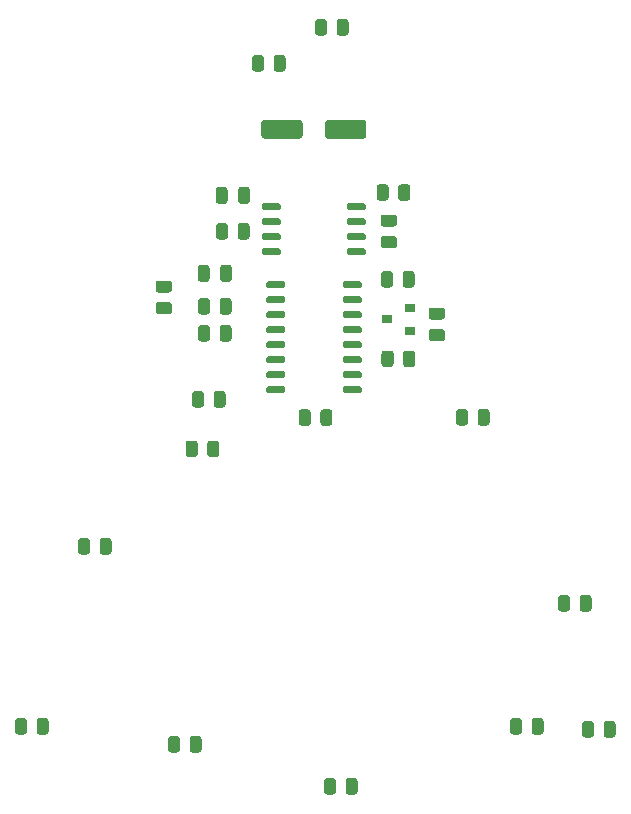
<source format=gbr>
%TF.GenerationSoftware,KiCad,Pcbnew,(5.1.10-1-10_14)*%
%TF.CreationDate,2021-11-29T00:45:18-05:00*%
%TF.ProjectId,christmas-ornament-pcb,63687269-7374-46d6-9173-2d6f726e616d,rev?*%
%TF.SameCoordinates,Original*%
%TF.FileFunction,Paste,Bot*%
%TF.FilePolarity,Positive*%
%FSLAX46Y46*%
G04 Gerber Fmt 4.6, Leading zero omitted, Abs format (unit mm)*
G04 Created by KiCad (PCBNEW (5.1.10-1-10_14)) date 2021-11-29 00:45:18*
%MOMM*%
%LPD*%
G01*
G04 APERTURE LIST*
%ADD10R,0.900000X0.800000*%
G04 APERTURE END LIST*
%TO.C,U1*%
G36*
G01*
X152650000Y-79085000D02*
X152650000Y-78785000D01*
G75*
G02*
X152800000Y-78635000I150000J0D01*
G01*
X154100000Y-78635000D01*
G75*
G02*
X154250000Y-78785000I0J-150000D01*
G01*
X154250000Y-79085000D01*
G75*
G02*
X154100000Y-79235000I-150000J0D01*
G01*
X152800000Y-79235000D01*
G75*
G02*
X152650000Y-79085000I0J150000D01*
G01*
G37*
G36*
G01*
X152650000Y-77815000D02*
X152650000Y-77515000D01*
G75*
G02*
X152800000Y-77365000I150000J0D01*
G01*
X154100000Y-77365000D01*
G75*
G02*
X154250000Y-77515000I0J-150000D01*
G01*
X154250000Y-77815000D01*
G75*
G02*
X154100000Y-77965000I-150000J0D01*
G01*
X152800000Y-77965000D01*
G75*
G02*
X152650000Y-77815000I0J150000D01*
G01*
G37*
G36*
G01*
X152650000Y-76545000D02*
X152650000Y-76245000D01*
G75*
G02*
X152800000Y-76095000I150000J0D01*
G01*
X154100000Y-76095000D01*
G75*
G02*
X154250000Y-76245000I0J-150000D01*
G01*
X154250000Y-76545000D01*
G75*
G02*
X154100000Y-76695000I-150000J0D01*
G01*
X152800000Y-76695000D01*
G75*
G02*
X152650000Y-76545000I0J150000D01*
G01*
G37*
G36*
G01*
X152650000Y-75275000D02*
X152650000Y-74975000D01*
G75*
G02*
X152800000Y-74825000I150000J0D01*
G01*
X154100000Y-74825000D01*
G75*
G02*
X154250000Y-74975000I0J-150000D01*
G01*
X154250000Y-75275000D01*
G75*
G02*
X154100000Y-75425000I-150000J0D01*
G01*
X152800000Y-75425000D01*
G75*
G02*
X152650000Y-75275000I0J150000D01*
G01*
G37*
G36*
G01*
X145450000Y-75275000D02*
X145450000Y-74975000D01*
G75*
G02*
X145600000Y-74825000I150000J0D01*
G01*
X146900000Y-74825000D01*
G75*
G02*
X147050000Y-74975000I0J-150000D01*
G01*
X147050000Y-75275000D01*
G75*
G02*
X146900000Y-75425000I-150000J0D01*
G01*
X145600000Y-75425000D01*
G75*
G02*
X145450000Y-75275000I0J150000D01*
G01*
G37*
G36*
G01*
X145450000Y-76545000D02*
X145450000Y-76245000D01*
G75*
G02*
X145600000Y-76095000I150000J0D01*
G01*
X146900000Y-76095000D01*
G75*
G02*
X147050000Y-76245000I0J-150000D01*
G01*
X147050000Y-76545000D01*
G75*
G02*
X146900000Y-76695000I-150000J0D01*
G01*
X145600000Y-76695000D01*
G75*
G02*
X145450000Y-76545000I0J150000D01*
G01*
G37*
G36*
G01*
X145450000Y-77815000D02*
X145450000Y-77515000D01*
G75*
G02*
X145600000Y-77365000I150000J0D01*
G01*
X146900000Y-77365000D01*
G75*
G02*
X147050000Y-77515000I0J-150000D01*
G01*
X147050000Y-77815000D01*
G75*
G02*
X146900000Y-77965000I-150000J0D01*
G01*
X145600000Y-77965000D01*
G75*
G02*
X145450000Y-77815000I0J150000D01*
G01*
G37*
G36*
G01*
X145450000Y-79085000D02*
X145450000Y-78785000D01*
G75*
G02*
X145600000Y-78635000I150000J0D01*
G01*
X146900000Y-78635000D01*
G75*
G02*
X147050000Y-78785000I0J-150000D01*
G01*
X147050000Y-79085000D01*
G75*
G02*
X146900000Y-79235000I-150000J0D01*
G01*
X145600000Y-79235000D01*
G75*
G02*
X145450000Y-79085000I0J150000D01*
G01*
G37*
%TD*%
%TO.C,U2*%
G36*
G01*
X147420000Y-81585000D02*
X147420000Y-81885000D01*
G75*
G02*
X147270000Y-82035000I-150000J0D01*
G01*
X145970000Y-82035000D01*
G75*
G02*
X145820000Y-81885000I0J150000D01*
G01*
X145820000Y-81585000D01*
G75*
G02*
X145970000Y-81435000I150000J0D01*
G01*
X147270000Y-81435000D01*
G75*
G02*
X147420000Y-81585000I0J-150000D01*
G01*
G37*
G36*
G01*
X147420000Y-82855000D02*
X147420000Y-83155000D01*
G75*
G02*
X147270000Y-83305000I-150000J0D01*
G01*
X145970000Y-83305000D01*
G75*
G02*
X145820000Y-83155000I0J150000D01*
G01*
X145820000Y-82855000D01*
G75*
G02*
X145970000Y-82705000I150000J0D01*
G01*
X147270000Y-82705000D01*
G75*
G02*
X147420000Y-82855000I0J-150000D01*
G01*
G37*
G36*
G01*
X147420000Y-84125000D02*
X147420000Y-84425000D01*
G75*
G02*
X147270000Y-84575000I-150000J0D01*
G01*
X145970000Y-84575000D01*
G75*
G02*
X145820000Y-84425000I0J150000D01*
G01*
X145820000Y-84125000D01*
G75*
G02*
X145970000Y-83975000I150000J0D01*
G01*
X147270000Y-83975000D01*
G75*
G02*
X147420000Y-84125000I0J-150000D01*
G01*
G37*
G36*
G01*
X147420000Y-85395000D02*
X147420000Y-85695000D01*
G75*
G02*
X147270000Y-85845000I-150000J0D01*
G01*
X145970000Y-85845000D01*
G75*
G02*
X145820000Y-85695000I0J150000D01*
G01*
X145820000Y-85395000D01*
G75*
G02*
X145970000Y-85245000I150000J0D01*
G01*
X147270000Y-85245000D01*
G75*
G02*
X147420000Y-85395000I0J-150000D01*
G01*
G37*
G36*
G01*
X147420000Y-86665000D02*
X147420000Y-86965000D01*
G75*
G02*
X147270000Y-87115000I-150000J0D01*
G01*
X145970000Y-87115000D01*
G75*
G02*
X145820000Y-86965000I0J150000D01*
G01*
X145820000Y-86665000D01*
G75*
G02*
X145970000Y-86515000I150000J0D01*
G01*
X147270000Y-86515000D01*
G75*
G02*
X147420000Y-86665000I0J-150000D01*
G01*
G37*
G36*
G01*
X147420000Y-87935000D02*
X147420000Y-88235000D01*
G75*
G02*
X147270000Y-88385000I-150000J0D01*
G01*
X145970000Y-88385000D01*
G75*
G02*
X145820000Y-88235000I0J150000D01*
G01*
X145820000Y-87935000D01*
G75*
G02*
X145970000Y-87785000I150000J0D01*
G01*
X147270000Y-87785000D01*
G75*
G02*
X147420000Y-87935000I0J-150000D01*
G01*
G37*
G36*
G01*
X147420000Y-89205000D02*
X147420000Y-89505000D01*
G75*
G02*
X147270000Y-89655000I-150000J0D01*
G01*
X145970000Y-89655000D01*
G75*
G02*
X145820000Y-89505000I0J150000D01*
G01*
X145820000Y-89205000D01*
G75*
G02*
X145970000Y-89055000I150000J0D01*
G01*
X147270000Y-89055000D01*
G75*
G02*
X147420000Y-89205000I0J-150000D01*
G01*
G37*
G36*
G01*
X147420000Y-90475000D02*
X147420000Y-90775000D01*
G75*
G02*
X147270000Y-90925000I-150000J0D01*
G01*
X145970000Y-90925000D01*
G75*
G02*
X145820000Y-90775000I0J150000D01*
G01*
X145820000Y-90475000D01*
G75*
G02*
X145970000Y-90325000I150000J0D01*
G01*
X147270000Y-90325000D01*
G75*
G02*
X147420000Y-90475000I0J-150000D01*
G01*
G37*
G36*
G01*
X153920000Y-90475000D02*
X153920000Y-90775000D01*
G75*
G02*
X153770000Y-90925000I-150000J0D01*
G01*
X152470000Y-90925000D01*
G75*
G02*
X152320000Y-90775000I0J150000D01*
G01*
X152320000Y-90475000D01*
G75*
G02*
X152470000Y-90325000I150000J0D01*
G01*
X153770000Y-90325000D01*
G75*
G02*
X153920000Y-90475000I0J-150000D01*
G01*
G37*
G36*
G01*
X153920000Y-89205000D02*
X153920000Y-89505000D01*
G75*
G02*
X153770000Y-89655000I-150000J0D01*
G01*
X152470000Y-89655000D01*
G75*
G02*
X152320000Y-89505000I0J150000D01*
G01*
X152320000Y-89205000D01*
G75*
G02*
X152470000Y-89055000I150000J0D01*
G01*
X153770000Y-89055000D01*
G75*
G02*
X153920000Y-89205000I0J-150000D01*
G01*
G37*
G36*
G01*
X153920000Y-87935000D02*
X153920000Y-88235000D01*
G75*
G02*
X153770000Y-88385000I-150000J0D01*
G01*
X152470000Y-88385000D01*
G75*
G02*
X152320000Y-88235000I0J150000D01*
G01*
X152320000Y-87935000D01*
G75*
G02*
X152470000Y-87785000I150000J0D01*
G01*
X153770000Y-87785000D01*
G75*
G02*
X153920000Y-87935000I0J-150000D01*
G01*
G37*
G36*
G01*
X153920000Y-86665000D02*
X153920000Y-86965000D01*
G75*
G02*
X153770000Y-87115000I-150000J0D01*
G01*
X152470000Y-87115000D01*
G75*
G02*
X152320000Y-86965000I0J150000D01*
G01*
X152320000Y-86665000D01*
G75*
G02*
X152470000Y-86515000I150000J0D01*
G01*
X153770000Y-86515000D01*
G75*
G02*
X153920000Y-86665000I0J-150000D01*
G01*
G37*
G36*
G01*
X153920000Y-85395000D02*
X153920000Y-85695000D01*
G75*
G02*
X153770000Y-85845000I-150000J0D01*
G01*
X152470000Y-85845000D01*
G75*
G02*
X152320000Y-85695000I0J150000D01*
G01*
X152320000Y-85395000D01*
G75*
G02*
X152470000Y-85245000I150000J0D01*
G01*
X153770000Y-85245000D01*
G75*
G02*
X153920000Y-85395000I0J-150000D01*
G01*
G37*
G36*
G01*
X153920000Y-84125000D02*
X153920000Y-84425000D01*
G75*
G02*
X153770000Y-84575000I-150000J0D01*
G01*
X152470000Y-84575000D01*
G75*
G02*
X152320000Y-84425000I0J150000D01*
G01*
X152320000Y-84125000D01*
G75*
G02*
X152470000Y-83975000I150000J0D01*
G01*
X153770000Y-83975000D01*
G75*
G02*
X153920000Y-84125000I0J-150000D01*
G01*
G37*
G36*
G01*
X153920000Y-82855000D02*
X153920000Y-83155000D01*
G75*
G02*
X153770000Y-83305000I-150000J0D01*
G01*
X152470000Y-83305000D01*
G75*
G02*
X152320000Y-83155000I0J150000D01*
G01*
X152320000Y-82855000D01*
G75*
G02*
X152470000Y-82705000I150000J0D01*
G01*
X153770000Y-82705000D01*
G75*
G02*
X153920000Y-82855000I0J-150000D01*
G01*
G37*
G36*
G01*
X153920000Y-81585000D02*
X153920000Y-81885000D01*
G75*
G02*
X153770000Y-82035000I-150000J0D01*
G01*
X152470000Y-82035000D01*
G75*
G02*
X152320000Y-81885000I0J150000D01*
G01*
X152320000Y-81585000D01*
G75*
G02*
X152470000Y-81435000I150000J0D01*
G01*
X153770000Y-81435000D01*
G75*
G02*
X153920000Y-81585000I0J-150000D01*
G01*
G37*
%TD*%
%TO.C,R22*%
G36*
G01*
X140830000Y-96080001D02*
X140830000Y-95179999D01*
G75*
G02*
X141079999Y-94930000I249999J0D01*
G01*
X141605001Y-94930000D01*
G75*
G02*
X141855000Y-95179999I0J-249999D01*
G01*
X141855000Y-96080001D01*
G75*
G02*
X141605001Y-96330000I-249999J0D01*
G01*
X141079999Y-96330000D01*
G75*
G02*
X140830000Y-96080001I0J249999D01*
G01*
G37*
G36*
G01*
X139005000Y-96080001D02*
X139005000Y-95179999D01*
G75*
G02*
X139254999Y-94930000I249999J0D01*
G01*
X139780001Y-94930000D01*
G75*
G02*
X140030000Y-95179999I0J-249999D01*
G01*
X140030000Y-96080001D01*
G75*
G02*
X139780001Y-96330000I-249999J0D01*
G01*
X139254999Y-96330000D01*
G75*
G02*
X139005000Y-96080001I0J249999D01*
G01*
G37*
%TD*%
%TO.C,R21*%
G36*
G01*
X151784000Y-60394001D02*
X151784000Y-59493999D01*
G75*
G02*
X152033999Y-59244000I249999J0D01*
G01*
X152559001Y-59244000D01*
G75*
G02*
X152809000Y-59493999I0J-249999D01*
G01*
X152809000Y-60394001D01*
G75*
G02*
X152559001Y-60644000I-249999J0D01*
G01*
X152033999Y-60644000D01*
G75*
G02*
X151784000Y-60394001I0J249999D01*
G01*
G37*
G36*
G01*
X149959000Y-60394001D02*
X149959000Y-59493999D01*
G75*
G02*
X150208999Y-59244000I249999J0D01*
G01*
X150734001Y-59244000D01*
G75*
G02*
X150984000Y-59493999I0J-249999D01*
G01*
X150984000Y-60394001D01*
G75*
G02*
X150734001Y-60644000I-249999J0D01*
G01*
X150208999Y-60644000D01*
G75*
G02*
X149959000Y-60394001I0J249999D01*
G01*
G37*
%TD*%
%TO.C,R20*%
G36*
G01*
X168294000Y-119576001D02*
X168294000Y-118675999D01*
G75*
G02*
X168543999Y-118426000I249999J0D01*
G01*
X169069001Y-118426000D01*
G75*
G02*
X169319000Y-118675999I0J-249999D01*
G01*
X169319000Y-119576001D01*
G75*
G02*
X169069001Y-119826000I-249999J0D01*
G01*
X168543999Y-119826000D01*
G75*
G02*
X168294000Y-119576001I0J249999D01*
G01*
G37*
G36*
G01*
X166469000Y-119576001D02*
X166469000Y-118675999D01*
G75*
G02*
X166718999Y-118426000I249999J0D01*
G01*
X167244001Y-118426000D01*
G75*
G02*
X167494000Y-118675999I0J-249999D01*
G01*
X167494000Y-119576001D01*
G75*
G02*
X167244001Y-119826000I-249999J0D01*
G01*
X166718999Y-119826000D01*
G75*
G02*
X166469000Y-119576001I0J249999D01*
G01*
G37*
%TD*%
%TO.C,R19*%
G36*
G01*
X157410000Y-88470001D02*
X157410000Y-87569999D01*
G75*
G02*
X157659999Y-87320000I249999J0D01*
G01*
X158185001Y-87320000D01*
G75*
G02*
X158435000Y-87569999I0J-249999D01*
G01*
X158435000Y-88470001D01*
G75*
G02*
X158185001Y-88720000I-249999J0D01*
G01*
X157659999Y-88720000D01*
G75*
G02*
X157410000Y-88470001I0J249999D01*
G01*
G37*
G36*
G01*
X155585000Y-88470001D02*
X155585000Y-87569999D01*
G75*
G02*
X155834999Y-87320000I249999J0D01*
G01*
X156360001Y-87320000D01*
G75*
G02*
X156610000Y-87569999I0J-249999D01*
G01*
X156610000Y-88470001D01*
G75*
G02*
X156360001Y-88720000I-249999J0D01*
G01*
X155834999Y-88720000D01*
G75*
G02*
X155585000Y-88470001I0J249999D01*
G01*
G37*
%TD*%
%TO.C,R18*%
G36*
G01*
X126384000Y-119576001D02*
X126384000Y-118675999D01*
G75*
G02*
X126633999Y-118426000I249999J0D01*
G01*
X127159001Y-118426000D01*
G75*
G02*
X127409000Y-118675999I0J-249999D01*
G01*
X127409000Y-119576001D01*
G75*
G02*
X127159001Y-119826000I-249999J0D01*
G01*
X126633999Y-119826000D01*
G75*
G02*
X126384000Y-119576001I0J249999D01*
G01*
G37*
G36*
G01*
X124559000Y-119576001D02*
X124559000Y-118675999D01*
G75*
G02*
X124808999Y-118426000I249999J0D01*
G01*
X125334001Y-118426000D01*
G75*
G02*
X125584000Y-118675999I0J-249999D01*
G01*
X125584000Y-119576001D01*
G75*
G02*
X125334001Y-119826000I-249999J0D01*
G01*
X124808999Y-119826000D01*
G75*
G02*
X124559000Y-119576001I0J249999D01*
G01*
G37*
%TD*%
%TO.C,R17*%
G36*
G01*
X137610001Y-82404000D02*
X136709999Y-82404000D01*
G75*
G02*
X136460000Y-82154001I0J249999D01*
G01*
X136460000Y-81628999D01*
G75*
G02*
X136709999Y-81379000I249999J0D01*
G01*
X137610001Y-81379000D01*
G75*
G02*
X137860000Y-81628999I0J-249999D01*
G01*
X137860000Y-82154001D01*
G75*
G02*
X137610001Y-82404000I-249999J0D01*
G01*
G37*
G36*
G01*
X137610001Y-84229000D02*
X136709999Y-84229000D01*
G75*
G02*
X136460000Y-83979001I0J249999D01*
G01*
X136460000Y-83453999D01*
G75*
G02*
X136709999Y-83204000I249999J0D01*
G01*
X137610001Y-83204000D01*
G75*
G02*
X137860000Y-83453999I0J-249999D01*
G01*
X137860000Y-83979001D01*
G75*
G02*
X137610001Y-84229000I-249999J0D01*
G01*
G37*
%TD*%
%TO.C,R16*%
G36*
G01*
X174390000Y-119830001D02*
X174390000Y-118929999D01*
G75*
G02*
X174639999Y-118680000I249999J0D01*
G01*
X175165001Y-118680000D01*
G75*
G02*
X175415000Y-118929999I0J-249999D01*
G01*
X175415000Y-119830001D01*
G75*
G02*
X175165001Y-120080000I-249999J0D01*
G01*
X174639999Y-120080000D01*
G75*
G02*
X174390000Y-119830001I0J249999D01*
G01*
G37*
G36*
G01*
X172565000Y-119830001D02*
X172565000Y-118929999D01*
G75*
G02*
X172814999Y-118680000I249999J0D01*
G01*
X173340001Y-118680000D01*
G75*
G02*
X173590000Y-118929999I0J-249999D01*
G01*
X173590000Y-119830001D01*
G75*
G02*
X173340001Y-120080000I-249999J0D01*
G01*
X172814999Y-120080000D01*
G75*
G02*
X172565000Y-119830001I0J249999D01*
G01*
G37*
%TD*%
%TO.C,R15*%
G36*
G01*
X150400000Y-93430001D02*
X150400000Y-92529999D01*
G75*
G02*
X150649999Y-92280000I249999J0D01*
G01*
X151175001Y-92280000D01*
G75*
G02*
X151425000Y-92529999I0J-249999D01*
G01*
X151425000Y-93430001D01*
G75*
G02*
X151175001Y-93680000I-249999J0D01*
G01*
X150649999Y-93680000D01*
G75*
G02*
X150400000Y-93430001I0J249999D01*
G01*
G37*
G36*
G01*
X148575000Y-93430001D02*
X148575000Y-92529999D01*
G75*
G02*
X148824999Y-92280000I249999J0D01*
G01*
X149350001Y-92280000D01*
G75*
G02*
X149600000Y-92529999I0J-249999D01*
G01*
X149600000Y-93430001D01*
G75*
G02*
X149350001Y-93680000I-249999J0D01*
G01*
X148824999Y-93680000D01*
G75*
G02*
X148575000Y-93430001I0J249999D01*
G01*
G37*
%TD*%
%TO.C,R14*%
G36*
G01*
X172358000Y-109162001D02*
X172358000Y-108261999D01*
G75*
G02*
X172607999Y-108012000I249999J0D01*
G01*
X173133001Y-108012000D01*
G75*
G02*
X173383000Y-108261999I0J-249999D01*
G01*
X173383000Y-109162001D01*
G75*
G02*
X173133001Y-109412000I-249999J0D01*
G01*
X172607999Y-109412000D01*
G75*
G02*
X172358000Y-109162001I0J249999D01*
G01*
G37*
G36*
G01*
X170533000Y-109162001D02*
X170533000Y-108261999D01*
G75*
G02*
X170782999Y-108012000I249999J0D01*
G01*
X171308001Y-108012000D01*
G75*
G02*
X171558000Y-108261999I0J-249999D01*
G01*
X171558000Y-109162001D01*
G75*
G02*
X171308001Y-109412000I-249999J0D01*
G01*
X170782999Y-109412000D01*
G75*
G02*
X170533000Y-109162001I0J249999D01*
G01*
G37*
%TD*%
%TO.C,R13*%
G36*
G01*
X141370000Y-91890001D02*
X141370000Y-90989999D01*
G75*
G02*
X141619999Y-90740000I249999J0D01*
G01*
X142145001Y-90740000D01*
G75*
G02*
X142395000Y-90989999I0J-249999D01*
G01*
X142395000Y-91890001D01*
G75*
G02*
X142145001Y-92140000I-249999J0D01*
G01*
X141619999Y-92140000D01*
G75*
G02*
X141370000Y-91890001I0J249999D01*
G01*
G37*
G36*
G01*
X139545000Y-91890001D02*
X139545000Y-90989999D01*
G75*
G02*
X139794999Y-90740000I249999J0D01*
G01*
X140320001Y-90740000D01*
G75*
G02*
X140570000Y-90989999I0J-249999D01*
G01*
X140570000Y-91890001D01*
G75*
G02*
X140320001Y-92140000I-249999J0D01*
G01*
X139794999Y-92140000D01*
G75*
G02*
X139545000Y-91890001I0J249999D01*
G01*
G37*
%TD*%
%TO.C,R12*%
G36*
G01*
X139338000Y-121100001D02*
X139338000Y-120199999D01*
G75*
G02*
X139587999Y-119950000I249999J0D01*
G01*
X140113001Y-119950000D01*
G75*
G02*
X140363000Y-120199999I0J-249999D01*
G01*
X140363000Y-121100001D01*
G75*
G02*
X140113001Y-121350000I-249999J0D01*
G01*
X139587999Y-121350000D01*
G75*
G02*
X139338000Y-121100001I0J249999D01*
G01*
G37*
G36*
G01*
X137513000Y-121100001D02*
X137513000Y-120199999D01*
G75*
G02*
X137762999Y-119950000I249999J0D01*
G01*
X138288001Y-119950000D01*
G75*
G02*
X138538000Y-120199999I0J-249999D01*
G01*
X138538000Y-121100001D01*
G75*
G02*
X138288001Y-121350000I-249999J0D01*
G01*
X137762999Y-121350000D01*
G75*
G02*
X137513000Y-121100001I0J249999D01*
G01*
G37*
%TD*%
%TO.C,R11*%
G36*
G01*
X157000000Y-74380001D02*
X157000000Y-73479999D01*
G75*
G02*
X157249999Y-73230000I249999J0D01*
G01*
X157775001Y-73230000D01*
G75*
G02*
X158025000Y-73479999I0J-249999D01*
G01*
X158025000Y-74380001D01*
G75*
G02*
X157775001Y-74630000I-249999J0D01*
G01*
X157249999Y-74630000D01*
G75*
G02*
X157000000Y-74380001I0J249999D01*
G01*
G37*
G36*
G01*
X155175000Y-74380001D02*
X155175000Y-73479999D01*
G75*
G02*
X155424999Y-73230000I249999J0D01*
G01*
X155950001Y-73230000D01*
G75*
G02*
X156200000Y-73479999I0J-249999D01*
G01*
X156200000Y-74380001D01*
G75*
G02*
X155950001Y-74630000I-249999J0D01*
G01*
X155424999Y-74630000D01*
G75*
G02*
X155175000Y-74380001I0J249999D01*
G01*
G37*
%TD*%
%TO.C,R10*%
G36*
G01*
X152546000Y-124656001D02*
X152546000Y-123755999D01*
G75*
G02*
X152795999Y-123506000I249999J0D01*
G01*
X153321001Y-123506000D01*
G75*
G02*
X153571000Y-123755999I0J-249999D01*
G01*
X153571000Y-124656001D01*
G75*
G02*
X153321001Y-124906000I-249999J0D01*
G01*
X152795999Y-124906000D01*
G75*
G02*
X152546000Y-124656001I0J249999D01*
G01*
G37*
G36*
G01*
X150721000Y-124656001D02*
X150721000Y-123755999D01*
G75*
G02*
X150970999Y-123506000I249999J0D01*
G01*
X151496001Y-123506000D01*
G75*
G02*
X151746000Y-123755999I0J-249999D01*
G01*
X151746000Y-124656001D01*
G75*
G02*
X151496001Y-124906000I-249999J0D01*
G01*
X150970999Y-124906000D01*
G75*
G02*
X150721000Y-124656001I0J249999D01*
G01*
G37*
%TD*%
%TO.C,R9*%
G36*
G01*
X146450000Y-63442001D02*
X146450000Y-62541999D01*
G75*
G02*
X146699999Y-62292000I249999J0D01*
G01*
X147225001Y-62292000D01*
G75*
G02*
X147475000Y-62541999I0J-249999D01*
G01*
X147475000Y-63442001D01*
G75*
G02*
X147225001Y-63692000I-249999J0D01*
G01*
X146699999Y-63692000D01*
G75*
G02*
X146450000Y-63442001I0J249999D01*
G01*
G37*
G36*
G01*
X144625000Y-63442001D02*
X144625000Y-62541999D01*
G75*
G02*
X144874999Y-62292000I249999J0D01*
G01*
X145400001Y-62292000D01*
G75*
G02*
X145650000Y-62541999I0J-249999D01*
G01*
X145650000Y-63442001D01*
G75*
G02*
X145400001Y-63692000I-249999J0D01*
G01*
X144874999Y-63692000D01*
G75*
G02*
X144625000Y-63442001I0J249999D01*
G01*
G37*
%TD*%
%TO.C,R8*%
G36*
G01*
X131718000Y-104336001D02*
X131718000Y-103435999D01*
G75*
G02*
X131967999Y-103186000I249999J0D01*
G01*
X132493001Y-103186000D01*
G75*
G02*
X132743000Y-103435999I0J-249999D01*
G01*
X132743000Y-104336001D01*
G75*
G02*
X132493001Y-104586000I-249999J0D01*
G01*
X131967999Y-104586000D01*
G75*
G02*
X131718000Y-104336001I0J249999D01*
G01*
G37*
G36*
G01*
X129893000Y-104336001D02*
X129893000Y-103435999D01*
G75*
G02*
X130142999Y-103186000I249999J0D01*
G01*
X130668001Y-103186000D01*
G75*
G02*
X130918000Y-103435999I0J-249999D01*
G01*
X130918000Y-104336001D01*
G75*
G02*
X130668001Y-104586000I-249999J0D01*
G01*
X130142999Y-104586000D01*
G75*
G02*
X129893000Y-104336001I0J249999D01*
G01*
G37*
%TD*%
%TO.C,R7*%
G36*
G01*
X163722000Y-93414001D02*
X163722000Y-92513999D01*
G75*
G02*
X163971999Y-92264000I249999J0D01*
G01*
X164497001Y-92264000D01*
G75*
G02*
X164747000Y-92513999I0J-249999D01*
G01*
X164747000Y-93414001D01*
G75*
G02*
X164497001Y-93664000I-249999J0D01*
G01*
X163971999Y-93664000D01*
G75*
G02*
X163722000Y-93414001I0J249999D01*
G01*
G37*
G36*
G01*
X161897000Y-93414001D02*
X161897000Y-92513999D01*
G75*
G02*
X162146999Y-92264000I249999J0D01*
G01*
X162672001Y-92264000D01*
G75*
G02*
X162922000Y-92513999I0J-249999D01*
G01*
X162922000Y-93414001D01*
G75*
G02*
X162672001Y-93664000I-249999J0D01*
G01*
X162146999Y-93664000D01*
G75*
G02*
X161897000Y-93414001I0J249999D01*
G01*
G37*
%TD*%
%TO.C,R6*%
G36*
G01*
X141078000Y-83115999D02*
X141078000Y-84016001D01*
G75*
G02*
X140828001Y-84266000I-249999J0D01*
G01*
X140302999Y-84266000D01*
G75*
G02*
X140053000Y-84016001I0J249999D01*
G01*
X140053000Y-83115999D01*
G75*
G02*
X140302999Y-82866000I249999J0D01*
G01*
X140828001Y-82866000D01*
G75*
G02*
X141078000Y-83115999I0J-249999D01*
G01*
G37*
G36*
G01*
X142903000Y-83115999D02*
X142903000Y-84016001D01*
G75*
G02*
X142653001Y-84266000I-249999J0D01*
G01*
X142127999Y-84266000D01*
G75*
G02*
X141878000Y-84016001I0J249999D01*
G01*
X141878000Y-83115999D01*
G75*
G02*
X142127999Y-82866000I249999J0D01*
G01*
X142653001Y-82866000D01*
G75*
G02*
X142903000Y-83115999I0J-249999D01*
G01*
G37*
%TD*%
%TO.C,R5*%
G36*
G01*
X141078000Y-85401999D02*
X141078000Y-86302001D01*
G75*
G02*
X140828001Y-86552000I-249999J0D01*
G01*
X140302999Y-86552000D01*
G75*
G02*
X140053000Y-86302001I0J249999D01*
G01*
X140053000Y-85401999D01*
G75*
G02*
X140302999Y-85152000I249999J0D01*
G01*
X140828001Y-85152000D01*
G75*
G02*
X141078000Y-85401999I0J-249999D01*
G01*
G37*
G36*
G01*
X142903000Y-85401999D02*
X142903000Y-86302001D01*
G75*
G02*
X142653001Y-86552000I-249999J0D01*
G01*
X142127999Y-86552000D01*
G75*
G02*
X141878000Y-86302001I0J249999D01*
G01*
X141878000Y-85401999D01*
G75*
G02*
X142127999Y-85152000I249999J0D01*
G01*
X142653001Y-85152000D01*
G75*
G02*
X142903000Y-85401999I0J-249999D01*
G01*
G37*
%TD*%
%TO.C,R4*%
G36*
G01*
X143402000Y-77666001D02*
X143402000Y-76765999D01*
G75*
G02*
X143651999Y-76516000I249999J0D01*
G01*
X144177001Y-76516000D01*
G75*
G02*
X144427000Y-76765999I0J-249999D01*
G01*
X144427000Y-77666001D01*
G75*
G02*
X144177001Y-77916000I-249999J0D01*
G01*
X143651999Y-77916000D01*
G75*
G02*
X143402000Y-77666001I0J249999D01*
G01*
G37*
G36*
G01*
X141577000Y-77666001D02*
X141577000Y-76765999D01*
G75*
G02*
X141826999Y-76516000I249999J0D01*
G01*
X142352001Y-76516000D01*
G75*
G02*
X142602000Y-76765999I0J-249999D01*
G01*
X142602000Y-77666001D01*
G75*
G02*
X142352001Y-77916000I-249999J0D01*
G01*
X141826999Y-77916000D01*
G75*
G02*
X141577000Y-77666001I0J249999D01*
G01*
G37*
%TD*%
%TO.C,R3*%
G36*
G01*
X156660001Y-76816000D02*
X155759999Y-76816000D01*
G75*
G02*
X155510000Y-76566001I0J249999D01*
G01*
X155510000Y-76040999D01*
G75*
G02*
X155759999Y-75791000I249999J0D01*
G01*
X156660001Y-75791000D01*
G75*
G02*
X156910000Y-76040999I0J-249999D01*
G01*
X156910000Y-76566001D01*
G75*
G02*
X156660001Y-76816000I-249999J0D01*
G01*
G37*
G36*
G01*
X156660001Y-78641000D02*
X155759999Y-78641000D01*
G75*
G02*
X155510000Y-78391001I0J249999D01*
G01*
X155510000Y-77865999D01*
G75*
G02*
X155759999Y-77616000I249999J0D01*
G01*
X156660001Y-77616000D01*
G75*
G02*
X156910000Y-77865999I0J-249999D01*
G01*
X156910000Y-78391001D01*
G75*
G02*
X156660001Y-78641000I-249999J0D01*
G01*
G37*
%TD*%
%TO.C,R2*%
G36*
G01*
X157372000Y-81730001D02*
X157372000Y-80829999D01*
G75*
G02*
X157621999Y-80580000I249999J0D01*
G01*
X158147001Y-80580000D01*
G75*
G02*
X158397000Y-80829999I0J-249999D01*
G01*
X158397000Y-81730001D01*
G75*
G02*
X158147001Y-81980000I-249999J0D01*
G01*
X157621999Y-81980000D01*
G75*
G02*
X157372000Y-81730001I0J249999D01*
G01*
G37*
G36*
G01*
X155547000Y-81730001D02*
X155547000Y-80829999D01*
G75*
G02*
X155796999Y-80580000I249999J0D01*
G01*
X156322001Y-80580000D01*
G75*
G02*
X156572000Y-80829999I0J-249999D01*
G01*
X156572000Y-81730001D01*
G75*
G02*
X156322001Y-81980000I-249999J0D01*
G01*
X155796999Y-81980000D01*
G75*
G02*
X155547000Y-81730001I0J249999D01*
G01*
G37*
%TD*%
%TO.C,R1*%
G36*
G01*
X159823999Y-85490000D02*
X160724001Y-85490000D01*
G75*
G02*
X160974000Y-85739999I0J-249999D01*
G01*
X160974000Y-86265001D01*
G75*
G02*
X160724001Y-86515000I-249999J0D01*
G01*
X159823999Y-86515000D01*
G75*
G02*
X159574000Y-86265001I0J249999D01*
G01*
X159574000Y-85739999D01*
G75*
G02*
X159823999Y-85490000I249999J0D01*
G01*
G37*
G36*
G01*
X159823999Y-83665000D02*
X160724001Y-83665000D01*
G75*
G02*
X160974000Y-83914999I0J-249999D01*
G01*
X160974000Y-84440001D01*
G75*
G02*
X160724001Y-84690000I-249999J0D01*
G01*
X159823999Y-84690000D01*
G75*
G02*
X159574000Y-84440001I0J249999D01*
G01*
X159574000Y-83914999D01*
G75*
G02*
X159823999Y-83665000I249999J0D01*
G01*
G37*
%TD*%
D10*
%TO.C,Q1*%
X156020000Y-84680000D03*
X158020000Y-85630000D03*
X158020000Y-83730000D03*
%TD*%
%TO.C,C3*%
G36*
G01*
X141928000Y-81247000D02*
X141928000Y-80297000D01*
G75*
G02*
X142178000Y-80047000I250000J0D01*
G01*
X142678000Y-80047000D01*
G75*
G02*
X142928000Y-80297000I0J-250000D01*
G01*
X142928000Y-81247000D01*
G75*
G02*
X142678000Y-81497000I-250000J0D01*
G01*
X142178000Y-81497000D01*
G75*
G02*
X141928000Y-81247000I0J250000D01*
G01*
G37*
G36*
G01*
X140028000Y-81247000D02*
X140028000Y-80297000D01*
G75*
G02*
X140278000Y-80047000I250000J0D01*
G01*
X140778000Y-80047000D01*
G75*
G02*
X141028000Y-80297000I0J-250000D01*
G01*
X141028000Y-81247000D01*
G75*
G02*
X140778000Y-81497000I-250000J0D01*
G01*
X140278000Y-81497000D01*
G75*
G02*
X140028000Y-81247000I0J250000D01*
G01*
G37*
%TD*%
%TO.C,C2*%
G36*
G01*
X150810000Y-69130000D02*
X150810000Y-68030000D01*
G75*
G02*
X151060000Y-67780000I250000J0D01*
G01*
X154060000Y-67780000D01*
G75*
G02*
X154310000Y-68030000I0J-250000D01*
G01*
X154310000Y-69130000D01*
G75*
G02*
X154060000Y-69380000I-250000J0D01*
G01*
X151060000Y-69380000D01*
G75*
G02*
X150810000Y-69130000I0J250000D01*
G01*
G37*
G36*
G01*
X145410000Y-69130000D02*
X145410000Y-68030000D01*
G75*
G02*
X145660000Y-67780000I250000J0D01*
G01*
X148660000Y-67780000D01*
G75*
G02*
X148910000Y-68030000I0J-250000D01*
G01*
X148910000Y-69130000D01*
G75*
G02*
X148660000Y-69380000I-250000J0D01*
G01*
X145660000Y-69380000D01*
G75*
G02*
X145410000Y-69130000I0J250000D01*
G01*
G37*
%TD*%
%TO.C,C1*%
G36*
G01*
X142552000Y-73693000D02*
X142552000Y-74643000D01*
G75*
G02*
X142302000Y-74893000I-250000J0D01*
G01*
X141802000Y-74893000D01*
G75*
G02*
X141552000Y-74643000I0J250000D01*
G01*
X141552000Y-73693000D01*
G75*
G02*
X141802000Y-73443000I250000J0D01*
G01*
X142302000Y-73443000D01*
G75*
G02*
X142552000Y-73693000I0J-250000D01*
G01*
G37*
G36*
G01*
X144452000Y-73693000D02*
X144452000Y-74643000D01*
G75*
G02*
X144202000Y-74893000I-250000J0D01*
G01*
X143702000Y-74893000D01*
G75*
G02*
X143452000Y-74643000I0J250000D01*
G01*
X143452000Y-73693000D01*
G75*
G02*
X143702000Y-73443000I250000J0D01*
G01*
X144202000Y-73443000D01*
G75*
G02*
X144452000Y-73693000I0J-250000D01*
G01*
G37*
%TD*%
M02*

</source>
